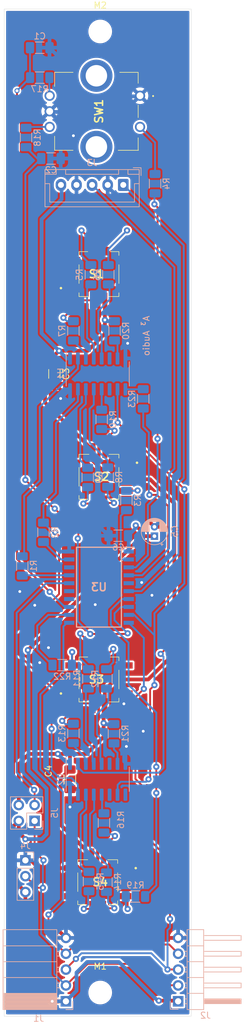
<source format=kicad_pcb>
(kicad_pcb (version 20211014) (generator pcbnew)
  (title_block (comment 4 "AISLER Project ID: ZHBAFTOC"))
  (layers (0 "F.Cu" signal "Front") (31 "B.Cu" signal "Back") (34 "B.Paste" user) (35 "F.Paste" user) (36 "B.SilkS" user "B.Silkscreen") (37 "F.SilkS" user "F.Silkscreen") (38 "B.Mask" user) (39 "F.Mask" user) (44 "Edge.Cuts" user))
  (net 0 "")
  (net 1 "GND")
  (net 2 "ENCA")
  (net 3 "ENCB")
  (net 4 "VCC")
  (net 5 "BUT3")
  (net 6 "BUT2")
  (net 7 "BUT1")
  (net 8 "BUT0")
  (net 9 "PSHFDATA")
  (net 10 "PSHFUDATE")
  (net 11 "ADC1")
  (net 12 "ADC0")
  (net 13 "S1_R")
  (net 14 "Net-(R5-Pad1)")
  (net 15 "Net-(R6-Pad1)")
  (net 16 "S1_G")
  (net 17 "S1_b")
  (net 18 "Net-(R7-Pad1)")
  (net 19 "Net-(R8-Pad1)")
  (net 20 "S2_R")
  (net 21 "Net-(R9-Pad1)")
  (net 22 "Net-(R10-Pad1)")
  (net 23 "Net-(R11-Pad1)")
  (net 24 "Net-(R12-Pad1)")
  (net 25 "Net-(R13-Pad1)")
  (net 26 "Net-(R14-Pad1)")
  (net 27 "Net-(R15-Pad1)")
  (net 28 "Net-(R16-Pad1)")
  (net 29 "Net-(R17-Pad2)")
  (net 30 "Net-(R18-Pad2)")
  (net 31 "ENCSW")
  (net 32 "Net-(R20-Pad1)")
  (net 33 "Net-(R21-Pad1)")
  (net 34 "S2_G")
  (net 35 "S2_B")
  (net 36 "S3_R")
  (net 37 "S3_G")
  (net 38 "S3_B")
  (net 39 "S4_R")
  (net 40 "S4_G")
  (net 41 "S4_B")
  (net 51 "VCC_w")
  (net 52 "SDA")
  (net 53 "UPDI_w")
  (net 54 "SCL")
  (net 55 "UPDI")
  (net 56 "PSFHCLK")
  (net 64 "PSHFDATA2")
  (net 65 "Net-(R1-Pad1)")
  (net 66 "Net-(R2-Pad1)")
  (net 67 "Net-(R3-Pad1)")
  (net 68 "Net-(R4-Pad1)")
  (net 69 "Net-(R19-Pad1)")
  (net 70 "Net-(R22-Pad1)")
  (net 71 "Net-(R23-Pad1)")
  (footprint "Capacitor_SMD:C_1206_3216Metric_Pad1.33x1.80mm_HandSolder" (layer "F.Cu") (at 139.25 140.3 -90)
    (fp_text reference "C4")
    (fp_text value "100nF")
  )
  (footprint "Capacitor_SMD:C_1206_3216Metric_Pad1.33x1.80mm_HandSolder" (layer "F.Cu") (at 136.75 75.3 -90)
    (fp_text reference "C3")
    (fp_text value "100nF")
  )
  (footprint "3dAudioFoot:228CMVARGBFR_SMD" (layer "F.Cu") (at 143.9 91.8)
    (fp_text reference "S2")
    (fp_text value "228CMVARGBFR" hide)
  )
  (footprint "3dAudioFoot:228CMVARGBFR_SMD" (layer "F.Cu") (at 143.9 124.3 180)
    (fp_text reference "S3")
    (fp_text value "228CMVARGBFR" hide)
  )
  (footprint "3dAudioFoot:228CMVARGBFR_SMD" (layer "F.Cu") (at 143.7 156.8)
    (fp_text reference "S4")
    (fp_text value "228CMVARGBFR" hide)
  )
  (footprint "3dAudioFoot:228CMVARGBFR_SMD" (layer "F.Cu") (at 143.9 59.3 180)
    (fp_text reference "S1")
    (fp_text value "228CMVARGBFR" hide)
  )
  (footprint "MountingHole:MountingHole_3.2mm_M3" (layer "F.Cu") (at 144.1 20.4)
    (fp_text reference "M2")
    (fp_text value "MountingHole_3.2mm_M3")
  )
  (footprint "3dAudioFoot:PEC11R4230KS0024" (layer "F.Cu") (at 143.4875 30.7 -90)
    (fp_text reference "SW1")
    (fp_text value "Rotary_Encoder_Switch" hide)
  )
  (footprint "MountingHole:MountingHole_3.2mm_M3" (layer "F.Cu") (at 144.1 174.5)
    (fp_text reference "M1")
    (fp_text value "MountingHole_3.2mm_M3")
  )
  (footprint "Package_SO:SOIC-16_3.9x9.9mm_P1.27mm" (layer "B.Cu") (at 143.7 140.3 -90)
    (fp_text reference "U2")
    (fp_text value "TPIC6C595")
  )
  (footprint "Package_SO:SOIC-16_3.9x9.9mm_P1.27mm" (layer "B.Cu") (at 143.7 75.3 -90)
    (fp_text reference "U1")
    (fp_text value "TPIC6C595")
  )
  (footprint "Resistor_SMD:R_1206_3216Metric_Pad1.30x1.75mm_HandSolder" (layer "B.Cu") (at 132.2 37.4 90)
    (fp_text reference "R18")
    (fp_text value "27k")
  )
  (footprint "Resistor_SMD:R_1206_3216Metric_Pad1.30x1.75mm_HandSolder" (layer "B.Cu") (at 142.1 91.9 90)
    (fp_text reference "R9")
    (fp_text value "155")
  )
  (footprint "Resistor_SMD:R_1206_3216Metric_Pad1.30x1.75mm_HandSolder" (layer "B.Cu") (at 144.7 147.3 90)
    (fp_text reference "R16")
    (fp_text value "100")
  )
  (footprint "Resistor_SMD:R_1206_3216Metric_Pad1.30x1.75mm_HandSolder" (layer "B.Cu") (at 142.3 156.7 90)
    (fp_text reference "R15")
    (fp_text value "155")
  )
  (footprint "Resistor_SMD:R_1206_3216Metric_Pad1.30x1.75mm_HandSolder" (layer "B.Cu") (at 145.1 156.8 90)
    (fp_text reference "R14")
    (fp_text value "165")
  )
  (footprint "Resistor_SMD:R_1206_3216Metric_Pad1.30x1.75mm_HandSolder" (layer "B.Cu") (at 139.8 132.95 -90)
    (fp_text reference "R13")
    (fp_text value "100")
  )
  (footprint "Resistor_SMD:R_1206_3216Metric_Pad1.30x1.75mm_HandSolder" (layer "B.Cu") (at 145.3 91.85 90)
    (fp_text reference "R8")
    (fp_text value "165")
  )
  (footprint "Resistor_SMD:R_1206_3216Metric_Pad1.30x1.75mm_HandSolder" (layer "B.Cu") (at 145.1 124.2 -90)
    (fp_text reference "R12")
    (fp_text value "155")
  )
  (footprint "Resistor_SMD:R_1206_3216Metric_Pad1.30x1.75mm_HandSolder" (layer "B.Cu") (at 142.2 124.2 -90)
    (fp_text reference "R11")
    (fp_text value "165")
  )
  (footprint "Resistor_SMD:R_1206_3216Metric_Pad1.30x1.75mm_HandSolder" (layer "B.Cu") (at 144.335 82.6 90)
    (fp_text reference "R10")
    (fp_text value "100")
  )
  (footprint "Resistor_SMD:R_1206_3216Metric_Pad1.30x1.75mm_HandSolder" (layer "B.Cu") (at 145.4 59.4 -90)
    (fp_text reference "R6")
    (fp_text value "155")
  )
  (footprint "Resistor_SMD:R_1206_3216Metric_Pad1.30x1.75mm_HandSolder" (layer "B.Cu") (at 142.6 59.4 -90)
    (fp_text reference "R5")
    (fp_text value "165")
  )
  (footprint "Capacitor_SMD:C_1206_3216Metric_Pad1.33x1.80mm_HandSolder" (layer "B.Cu") (at 134.4 23 180)
    (fp_text reference "C1")
    (fp_text value "100nF")
  )
  (footprint "Resistor_SMD:R_1206_3216Metric_Pad1.30x1.75mm_HandSolder" (layer "B.Cu") (at 146.4 68.4 90)
    (fp_text reference "R20")
    (fp_text value "4K7")
  )
  (footprint "Resistor_SMD:R_1206_3216Metric_Pad1.30x1.75mm_HandSolder" (layer "B.Cu") (at 146.3 133 90)
    (fp_text reference "R21")
    (fp_text value "4K7")
  )
  (footprint "Resistor_SMD:R_1206_3216Metric_Pad1.30x1.75mm_HandSolder" (layer "B.Cu") (at 134.4 27.8)
    (fp_text reference "R17")
    (fp_text value "27k")
  )
  (footprint "Capacitor_SMD:C_1206_3216Metric_Pad1.33x1.80mm_HandSolder" (layer "B.Cu") (at 136.2 40.7691)
    (fp_text reference "C2")
    (fp_text value "100nF")
  )
  (footprint "Resistor_SMD:R_1206_3216Metric_Pad1.30x1.75mm_HandSolder" (layer "B.Cu") (at 139.8 68.4 -90)
    (fp_text reference "R7")
    (fp_text value "100")
  )
  (footprint "Resistor_SMD:R_1206_3216Metric_Pad1.30x1.75mm_HandSolder" (layer "B.Cu") (at 138 122)
    (fp_text reference "R22")
    (fp_text value "4k7")
  )
  (footprint "3dAudioFoot:attiny1626" (layer "B.Cu") (at 143.9 109.5 180)
    (fp_text reference "U3")
    (fp_text value "ATtiny1626" hide)
  )
  (footprint "Resistor_SMD:R_1206_3216Metric_Pad1.30x1.75mm_HandSolder" (layer "B.Cu") (at 149.75 159.1 180)
    (fp_text reference "R19")
    (fp_text value "4k7")
  )
  (footprint "Resistor_SMD:R_1206_3216Metric_Pad1.30x1.75mm_HandSolder" (layer "B.Cu") (at 151 79.3 -90)
    (fp_text reference "R23")
    (fp_text value "0R")
  )
  (footprint "Resistor_SMD:R_1206_3216Metric_Pad1.30x1.75mm_HandSolder" (layer "B.Cu") (at 135 100.7 90)
    (fp_text reference "R2")
    (fp_text value "0R")
  )
  (footprint "Connector_PinHeader_2.54mm:PinHeader_2x02_P2.54mm_Vertical" (layer "B.Cu") (at 133.575 146.975 90)
    (fp_text reference "J5")
    (fp_text value "Programm_Jumper")
  )
  (footprint "Capacitor_THT:CP_Radial_D4.0mm_P1.50mm" (layer "B.Cu") (at 152.8 101.3226 90)
    (fp_text reference "C5")
    (fp_text value "10uF")
  )
  (footprint "Connector_PinSocket_2.54mm:PinSocket_1x05_P2.54mm_Horizontal" (layer "B.Cu") (at 138.6 175.9)
    (fp_text reference "J1")
    (fp_text value "SPI_Female")
  )
  (footprint "Connector_PinHeader_2.54mm:PinHeader_1x03_P2.54mm_Vertical" (layer "B.Cu") (at 132.1 153.3 180)
    (fp_text reference "J4")
    (fp_text value "UPDI_Interface")
  )
  (footprint "3dAudioFoot:JST_XH_B5B-XH-A_1x05_P2.50mm_Vertical" (layer "B.Cu") (at 147.8 45 180)
    (fp_text reference "J3")
    (fp_text value "Conn_01x05")
  )
  (footprint "Capacitor_SMD:C_1206_3216Metric_Pad1.33x1.80mm_HandSolder" (layer "B.Cu") (at 147 101.25)
    (fp_text reference "C6")
    (fp_text value "100nF")
  )
  (footprint "Resistor_SMD:R_1206_3216Metric_Pad1.30x1.75mm_HandSolder" (layer "B.Cu") (at 152.9 44.8 90)
    (fp_text reference "R4")
    (fp_text value "4k7")
  )
  (footprint "Resistor_SMD:R_1206_3216Metric_Pad1.30x1.75mm_HandSolder" (layer "B.Cu") (at 148.3 95.6 90)
    (fp_text reference "R3")
    (fp_text value "4k7")
  )
  (footprint "Connector_PinHeader_2.54mm:PinHeader_1x05_P2.54mm_Horizontal" (layer "B.Cu") (at 156.6 175.9)
    (fp_text reference "J2")
    (fp_text value "SPI_Male")
  )
  (footprint "Resistor_SMD:R_1206_3216Metric_Pad1.30x1.75mm_HandSolder" (layer "B.Cu") (at 131.6 106.1 90)
    (fp_text reference "R1")
    (fp_text value "0R")
  )
  (gr_line (start 128.7 16.8) (end 128.7 178.3) (layer "Edge.Cuts") (width 0.05))
  (gr_line (start 128.7 178.3) (end 158.7 178.3) (layer "Edge.Cuts") (width 0.05))
  (gr_line (start 128.7 16.8) (end 158.7 16.8) (layer "Edge.Cuts") (width 0.05))
  (gr_line (start 158.7 16.8) (end 158.7 178.3) (layer "Edge.Cuts") (width 0.05))
  (gr_text "A³ Audio" (at 151.5 69.2 90) (layer "B.SilkS") (effects (font (size 1 1)) (justify mirror)))
  (segment (start 137.16 156.89) (end 139.5 154.55) (width 0.6) (layer "F.Cu") (net 1))
  (segment (start 153.8226 99.8226) (end 154 100) (width 0.6) (layer "F.Cu") (net 1))
  (segment (start 147.9 128.2) (end 147.9 126.1875) (width 0.6) (layer "F.Cu") (net 1))
  (segment (start 148.3 135.0375) (end 147.9 134.6375) (width 0.6) (layer "F.Cu") (net 1))
  (segment (start 154 100) (end 154 105.5) (width 0.6) (layer "F.Cu") (net 1))
  (segment (start 137.75 77.8625) (end 136.75 76.8625) (width 0.6) (layer "F.Cu") (net 1))
  (segment (start 148.1 70) (end 148.1 61.55) (width 0.6) (layer "F.Cu") (net 1))
  (segment (start 152.8 99.8226) (end 153.8226 99.8226) (width 0.6) (layer "F.Cu") (net 1))
  (segment (start 147.9 134.6375) (end 147.9 128.2) (width 0.6) (layer "F.Cu") (net 1))
  (segment (start 147.2 112.3) (end 150.75 108.75) (width 0.6) (layer "F.Cu") (net 1))
  (segment (start 138.6 165.74) (end 156.6 165.74) (width 0.6) (layer "F.Cu") (net 1))
  (segment (start 137.16 157.48) (end 132.98 153.3) (width 0.6) (layer "F.Cu") (net 1))
  (segment (start 132.98 153.3) (end 132.1 153.3) (width 0.6) (layer "F.Cu") (net 1))
  (segment (start 137.75 79.25) (end 137.75 77.8625) (width 0.6) (layer "F.Cu") (net 1))
  (segment (start 138.6 165.74) (end 137.16 164.3) (width 0.6) (layer "F.Cu") (net 1))
  (segment (start 139.25 141.8625) (end 139.25 144.75) (width 0.6) (layer "F.Cu") (net 1))
  (segment (start 154 105.5) (end 150.75 108.75) (width 0.6) (layer "F.Cu") (net 1))
  (segment (start 143.3 112.3) (end 147.2 112.3) (width 0.6) (layer "F.Cu") (net 1))
  (segment (start 137.16 157.48) (end 137.16 156.89) (width 0.6) (layer "F.Cu") (net 1))
  (segment (start 148.5 70.4) (end 148.1 70) (width 0.6) (layer "F.Cu") (net 1))
  (segment (start 137.16 164.3) (end 137.16 157.48) (width 0.6) (layer "F.Cu") (net 1))
  (via (at 131.2 110.2) (size 1) (drill 0.45) (layers "F.Cu" "B.Cu") (net 1))
  (via (at 133.6 112.4) (size 1) (drill 0.45) (layers "F.Cu" "B.Cu") (net 1))
  (via (at 152.4 110.8) (size 1) (drill 0.45) (layers "F.Cu" "B.Cu") (net 1))
  (via (at 143.3 112.3) (size 1) (drill 0.45) (layers "F.Cu" "B.Cu") (net 1))
  (via (at 139.25 144.75) (size 1) (drill 0.45) (layers "F.Cu" "B.Cu") (net 1))
  (via (at 135.8 119.2) (size 1) (drill 0.45) (layers "F.Cu" "B.Cu") (net 1))
  (via (at 150.75 108.75) (size 1) (drill 0.45) (layers "F.Cu" "B.Cu") (net 1))
  (via (at 134.4 121.6) (size 1) (drill 0.45) (layers "F.Cu" "B.Cu") (net 1))
  (via (at 148.5 70.4) (size 1) (drill 0.45) (layers "F.Cu" "B.Cu") (net 1))
  (via (at 151 132.6) (size 1) (drill 0.45) (layers "F.Cu" "B.Cu") (net 1))
  (via (at 147.9 128.2) (size 1) (drill 0.45) (layers "F.Cu" "B.Cu") (net 1))
  (via (at 148.3 135.0375) (size 1) (drill 0.45) (layers "F.Cu" "B.Cu") (net 1))
  (via (at 139.8 37.1125) (size 1) (drill 0.45) (layers "F.Cu" "B.Cu") (net 1))
  (via (at 137.75 79.25) (size 1) (drill 0.45) (layers "F.Cu" "B.Cu") (net 1))
  (segment (start 147.945 135.3925) (end 148.3 135.0375) (width 0.6) (layer "B.Cu") (net 1))
  (segment (start 156.75 56.75) (end 145.4 45.4) (width 0.6) (layer "B.Cu") (net 1))
  (segment (start 137.4125 29.4125) (end 141.3 33.3) (width 0.6) (layer "B.Cu") (net 1))
  (segment (start 147.9 119.15) (end 143.25 114.5) (width 0.6) (layer "B.Cu") (net 1))
  (segment (start 145.4 45.4) (end 145.4 45.075) (width 0.6) (layer "B.Cu") (net 1))
  (segment (start 150.75 108.75) (end 155.9 103.6) (width 0.6) (layer "B.Cu") (net 1))
  (segment (start 143.25 114.5) (end 143.25 112.35) (width 0.6) (layer "B.Cu") (net 1))
  (segment (start 139.125 103.785) (end 139.125 101.519365) (width 0.6) (layer "B.Cu") (net 1))
  (segment (start 155.9 103.6) (end 155.9 92.1) (width 0.6) (layer "B.Cu") (net 1))
  (segment (start 135.9875 33.3) (end 139.8 37.1125) (width 0.6) (layer "B.Cu") (net 1))
  (segment (start 139.255 144.745) (end 139.25 144.75) (width 0.6) (layer "B.Cu") (net 1))
  (segment (start 137.7625 34.975) (end 135.9875 33.2) (width 0.6) (layer "B.Cu") (net 1))
  (segment (start 143.1 33.5) (end 142.9 33.3) (width 0.6) (layer "B.Cu") (net 1))
  (segment (start 143.25 112.35) (end 143.3 112.3) (width 0.6) (layer "B.Cu") (net 1))
  (segment (start 135.9625 23) (end 137.4125 24.45) (width 0.6) (layer "B.Cu") (net 1))
  (segment (start 142.9 33.3) (end 141.3 33.3) (width 0.6) (layer "B.Cu") (net 1))
  (segment (start 140.844365 99.8) (end 143.9875 99.8) (width 0.6) (layer "B.Cu") (net 1))
  (segment (start 137.4125 24.45) (end 137.4125 29.4125) (width 0.6) (layer "B.Cu") (net 1))
  (segment (start 145.8 30.8) (end 143.1 33.5) (width 0.6) (layer "B.Cu") (net 1))
  (segment (start 147.9 128.2) (end 147.9 119.15) (width 0.6) (layer "B.Cu") (net 1))
  (segment (start 137.7625 40.7691) (end 137.7625 34.975) (width 0.6) (layer "B.Cu") (net 1))
  (segment (start 155.9 92.1) (end 156.75 91.25) (width 0.6) (layer "B.Cu") (net 1))
  (segment (start 139.125 101.519365) (end 140.844365 99.8) (width 0.6) (layer "B.Cu") (net 1))
  (segment (start 141.3 33.3) (end 135.9875 33.3) (width 0.6) (layer "B.Cu") (net 1))
  (segment (start 139.255 77.775) (end 139.225 77.775) (width 0.6) (layer "B.Cu") (net 1))
  (segment (start 143.9875 99.8) (end 145.4375 101.25) (width 0.6) (layer "B.Cu") (net 1))
  (segment (start 148.145 70.755) (end 148.5 70.4) (width 0.6) (layer "B.Cu") (net 1))
  (segment (start 147.945 137.4625) (end 147.945 135.3925) (width 0.6) (layer "B.Cu") (net 1))
  (segment (start 150.4875 30.8) (end 145.8 30.8) (width 0.6) (layer "B.Cu") (net 1))
  (segment (start 148.145 72.825) (end 148.145 70.755) (width 0.6) (layer "B.Cu") (net 1))
  (segment (start 156.75 91.25) (end 156.75 56.75) (width 0.6) (layer "B.Cu") (net 1))
  (segment (start 139.255 142.775) (end 139.255 144.745) (width 0.6) (layer "B.Cu") (net 1))
  (segment (start 139.225 77.775) (end 137.75 79.25) (width 0.6) (layer "B.Cu") (net 1))
  (segment (start 136 110.25) (end 130.75 105) (width 0.3) (layer "F.Cu") (net 2))
  (segment (start 130.75 105) (end 130.75 29.9) (width 0.3) (layer "F.Cu") (net 2))
  (via (at 136 110.25) (size 1) (drill 0.45) (layers "F.Cu" "B.Cu") (net 2))
  (via (at 130.75 29.9) (size 0.8) (drill 0.45) (layers "F.Cu" "B.Cu") (net 2))
  (segment (start 139.125 112.675) (end 138.425 112.675) (width 0.3) (layer "B.Cu") (net 2))
  (segment (start 132.8375 27.7875) (end 132.85 27.8) (width 0.3) (layer "B.Cu") (net 2))
  (segment (start 138.425 112.675) (end 136 110.25) (width 0.3) (layer "B.Cu") (net 2))
  (segment (start 132.85 27.8) (end 130.75 29.9) (width 0.3) (layer "B.Cu") (net 2))
  (segment (start 132.8375 23) (end 132.8375 27.7875) (width 0.3) (layer "B.Cu") (net 2))
  (segment (start 140.6 101.6) (end 140.5 101.7) (width 0.3) (layer "F.Cu") (net 3))
  (segment (start 132.1 92.3) (end 136.7 96.9) (width 0.3) (layer "F.Cu") (net 3))
  (segment (start 136.7 96.9) (end 136.8 96.9) (width 0.3) (layer "F.Cu") (net 3))
  (segment (start 142.5 117) (end 148.4 117) (width 0.3) (layer "F.Cu") (net 3))
  (segment (start 140.6 100.7) (end 140.6 101.6) (width 0.3) (layer "F.Cu") (net 3))
  (segment (start 148.4 117) (end 148.5 116.9) (width 0.3) (layer "F.Cu") (net 3))
  (segment (start 136.8 96.9) (end 140.6 100.7) (width 0.3) (layer "F.Cu") (net 3))
  (via (at 136.8 96.9) (size 1) (drill 0.45) (layers "F.Cu" "B.Cu") (net 3))
  (via (at 142.5 117) (size 1) (drill 0.45) (layers "F.Cu" "B.Cu") (net 3))
  (via (at 132.1 92.3) (size 1) (drill 0.45) (layers "F.Cu" "B.Cu") (net 3))
  (via (at 140.5 101.7) (size 1) (drill 0.45) (layers "F.Cu" "B.Cu") (net 3))
  (via (at 148.5 116.9) (size 1) (drill 0.45) (layers "F.Cu" "B.Cu") (net 3))
  (segment (start 147.425 112.675) (end 146.4 113.7) (width 0.3) (layer "B.Cu") (net 3))
  (segment (start 134.6375 40.7691) (end 134.0191 40.7691) (width 0.3) (layer "B.Cu") (net 3))
  (segment (start 140.5 101.7) (end 140.5 115) (width 0.3) (layer "B.Cu") (net 3))
  (segment (start 132.1 43.3066) (end 134.6375 40.7691) (width 0.3) (layer "B.Cu") (net 3))
  (segment (start 148.675 112.675) (end 147.425 112.675) (width 0.3) (layer "B.Cu") (net 3))
  (segment (start 146.4 114.8) (end 148.5 116.9) (width 0.3) (layer "B.Cu") (net 3))
  (segment (start 140.5 115) (end 142.5 117) (width 0.3) (layer "B.Cu") (net 3))
  (segment (start 132.1 46.0691) (end 132.1 43.3066) (width 0.3) (layer "B.Cu") (net 3))
  (segment (start 132.1 92.3) (end 132.1 46.0691) (width 0.3) (layer "B.Cu") (net 3))
  (segment (start 134.0191 40.7691) (end 132.2 38.95) (width 0.3) (layer "B.Cu") (net 3))
  (segment (start 146.4 113.7) (end 146.4 114.8) (width 0.3) (layer "B.Cu") (net 3))
  (segment (start 139.25 138.7375) (end 139.25 136.25) (width 0.6) (layer "F.Cu") (net 4))
  (segment (start 144.65 133.4875) (end 144.65 131.2875) (width 0.6) (layer "F.Cu") (net 4))
  (segment (start 136.75 73.7375) (end 136.75 72.35) (width 0.6) (layer "F.Cu") (net 4))
  (segment (start 137.5 71.6) (end 142.1 71.6) (width 0.6) (layer "F.Cu") (net 4))
  (segment (start 142.95 89.25) (end 145.9 92.2) (width 0.6) (layer "F.Cu") (net 4))
  (segment (start 142.1 71.6) (end 142.6 71.1) (width 0.6) (layer "F.Cu") (net 4))
  (segment (start 142.6 71.1) (end 144.85 68.85) (width 0.6) (layer "F.Cu") (net 4))
  (segment (start 142.4 135.7375) (end 144.65 133.4875) (width 0.6) (layer "F.Cu") (net 4))
  (segment (start 144.85 128.5) (end 144.85 125.95) (width 0.6) (layer "F.Cu") (net 4))
  (segment (start 135.25 75.2375) (end 136.75 73.7375) (width 0.6) (layer "F.Cu") (net 4))
  (segment (start 137.75 140.2375) (end 139.25 138.7375) (width 0.6) (layer "F.Cu") (net 4))
  (segment (start 144.85 125.95) (end 146.5 124.3) (width 0.6) (layer "F.Cu") (net 4))
  (segment (start 136.75 72.35) (end 137.5 71.6) (width 0.6) (layer "F.Cu") (net 4))
  (segment (start 131.035 137.865) (end 132.6625 136.2375) (width 0.6) (layer "F.Cu") (net 4))
  (segment (start 131.035 144.435) (end 131.035 137.865) (width 0.6) (layer "F.Cu") (net 4))
  (segment (start 132.6625 136.2375) (end 137.3 136.2375) (width 0.6) (layer "F.Cu") (net 4))
  (segment (start 142.95 87.6) (end 135.25 79.9) (width 0.6) (layer "F.Cu") (net 4))
  (segment (start 145.9 92.2) (end 152.1 92.2) (width 0.6) (layer "F.Cu") (net 4))
  (segment (start 142.75 152.6) (end 137.75 147.6) (width 0.6) (layer "F.Cu") (net 4))
  (segment (start 137.3 136.2375) (end 139.2625 136.2375) (width 0.6) (layer "F.Cu") (net 4))
  (segment (start 139.2625 136.2375) (end 141.9 136.2375) (width 0.6) (layer "F.Cu") (net 4))
  (segment (start 144.85 66.65) (end 144.85 63.5) (width 0.6) (layer "F.Cu") (net 4))
  (segment (start 146.5 124.3) (end 151.8 124.3) (width 0.6) (layer "F.Cu") (net 4))
  (segment (start 139.25 136.25) (end 139.2625 136.2375) (width 0.6) (layer "F.Cu") (net 4))
  (segment (start 151.8 124.3) (end 156 120.1) (width 0.6) (layer "F.Cu") (net 4))
  (segment (start 141.9 136.2375) (end 142.4 135.7375) (width 0.6) (layer "F.Cu") (net 4))
  (segment (start 144.65 131.2875) (end 144.65 128.1375) (width 0.6) (layer "F.Cu") (net 4))
  (segment (start 156 120.1) (end 156 96.1) (width 0.6) (layer "F.Cu") (net 4))
  (segment (start 152.1 92.2) (end 156 96.1) (width 0.6) (layer "F.Cu") (net 4))
  (segment (start 137.75 147.6) (end 137.75 140.2375) (width 0.6) (layer "F.Cu") (net 4))
  (segment (start 142.95 87.6) (end 142.95 89.25) (width 0.6) (layer "F.Cu") (net 4))
  (segment (start 135.25 79.9) (end 135.25 75.2375) (width 0.6) (layer "F.Cu") (net 4))
  (segment (start 144.85 68.85) (end 144.85 66.65) (width 0.6) (layer "F.Cu") (net 4))
  (via (at 144.65 131.2875) (size 1) (drill 0.45) (layers "F.Cu" "B.Cu") (net 4))
  (via (at 137.5 71.6) (size 1) (drill 0.45) (layers "F.Cu" "B.Cu") (net 4))
  (via (at 144.85 66.65) (size 1) (drill 0.45) (layers "F.Cu" "B.Cu") (net 4))
  (via (at 137.3 136.2375) (size 1) (drill 0.45) (layers "F.Cu" "B.Cu") (net 4))
  (segment (start 144.85 131.4875) (end 144.65 131.2875) (width 0.6) (layer "B.Cu") (net 4))
  (segment (start 134.7 68.8) (end 134.7 50.5) (width 0.6) (layer "B.Cu") (net 4))
  (segment (start 139.055 137.4625) (end 138.525 137.4625) (width 0.6) (layer "B.Cu") (net 4))
  (segment (start 138.525 137.4625) (end 137.3 136.2375) (width 0.6) (layer "B.Cu") (net 4))
  (segment (start 137.9 47.3) (end 137.9 45.3) (width 0.6) (layer "B.Cu") (net 4))
  (segment (start 146.4 66.85) (end 145.05 66.85) (width 0.6) (layer "B.Cu") (net 4))
  (segment (start 146.2 131.4875) (end 144.85 131.4875) (width 0.6) (layer "B.Cu") (net 4))
  (segment (start 145.05 66.85) (end 144.85 66.65) (width 0.6) (layer "B.Cu") (net 4))
  (segment (start 134.7 50.5) (end 137.9 47.3) (width 0.6) (layer "B.Cu") (net 4))
  (segment (start 137.5 71.6) (end 134.7 68.8) (width 0.6) (layer "B.Cu") (net 4))
  (segment (start 138.725 72.825) (end 137.5 71.6) (width 0.6) (layer "B.Cu") (net 4))
  (segment (start 139.255 72.825) (end 138.725 72.825) (width 0.6) (layer "B.Cu") (net 4))
  (segment (start 148.5 161.1) (end 148.5 159.65) (width 0.3) (layer "F.Cu") (net 5))
  (segment (start 148.5 159.65) (end 147.9 159.05) (width 0.3) (layer "F.Cu") (net 5))
  (via (at 148.5 161.1) (size 1) (drill 0.45) (layers "F.Cu" "B.Cu") (net 5))
  (segment (start 148.2 159.1) (end 148.2 160.8) (width 0.3) (layer "B.Cu") (net 5))
  (segment (start 148.2 160.8) (end 148.5 161.1) (width 0.3) (layer "B.Cu") (net 5))
  (segment (start 139.6 119.9) (end 139.6 121.95) (width 0.3) (layer "F.Cu") (net 6))
  (segment (start 139.6 121.95) (end 139.7 122.05) (width 0.3) (layer "F.Cu") (net 6))
  (via (at 139.6 119.9) (size 1) (drill 0.45) (layers "F.Cu" "B.Cu") (net 6))
  (segment (start 139.55 122) (end 139.55 119.95) (width 0.3) (layer "B.Cu") (net 6))
  (segment (start 139.55 119.95) (end 139.6 119.9) (width 0.3) (layer "B.Cu") (net 6))
  (segment (start 150.1 94) (end 148.15 94) (width 0.3) (layer "F.Cu") (net 7))
  (segment (start 148.15 94) (end 148.1 94.05) (width 0.3) (layer "F.Cu") (net 7))
  (via (at 150.1 94) (size 1) (drill 0.45) (layers "F.Cu" "B.Cu") (net 7))
  (segment (start 150.05 94.05) (end 150.1 94) (width 0.3) (layer "B.Cu") (net 7))
  (segment (start 148.3 94.05) (end 150.05 94.05) (width 0.3) (layer "B.Cu") (net 7))
  (segment (start 131.9 94.9) (end 134.4 92.4) (width 0.3) (layer "B.Cu") (net 9))
  (segment (start 140.525 74.475) (end 140.525 72.825) (width 0.3) (layer "B.Cu") (net 9))
  (segment (start 134.4 80.6) (end 140.525 74.475) (width 0.3) (layer "B.Cu") (net 9))
  (segment (start 131.6 104.55) (end 131.9 104.25) (width 0.3) (layer "B.Cu") (net 9))
  (segment (start 131.9 104.25) (end 131.9 94.9) (width 0.3) (layer "B.Cu") (net 9))
  (segment (start 134.4 92.4) (end 134.4 80.6) (width 0.3) (layer "B.Cu") (net 9))
  (segment (start 151.8495 140.3) (end 152.11066 140.03884) (width 0.3) (layer "F.Cu") (net 10))
  (segment (start 152.11066 125.88934) (end 152.8 125.2) (width 0.3) (layer "F.Cu") (net 10))
  (segment (start 157.6 93.8) (end 146.9 83.1) (width 0.3) (layer "F.Cu") (net 10))
  (segment (start 152.11066 140.03884) (end 152.11066 125.88934) (width 0.3) (layer "F.Cu") (net 10))
  (via (at 157.6 93.8) (size 1) (drill 0.45) (layers "F.Cu" "B.Cu") (net 10))
  (via (at 152.8 125.2) (size 1) (drill 0.45) (layers "F.Cu" "B.Cu") (net 10))
  (via (at 146.9 83.1) (size 1) (drill 0.45) (layers "F.Cu" "B.Cu") (net 10))
  (via (at 151.8495 140.3) (size 1) (drill 0.45) (layers "F.Cu" "B.Cu") (net 10))
  (segment (start 151.5 140.7) (end 151.8495 140.3505) (width 0.3) (layer "B.Cu") (net 10))
  (segment (start 146.9 81.15) (end 146.875 81.125) (width 0.3) (layer "B.Cu") (net 10))
  (segment (start 146.9 141.2) (end 147.4 140.7) (width 0.3) (layer "B.Cu") (net 10))
  (segment (start 152.8 125.2) (end 152.8 117.2) (width 0.3) (layer "B.Cu") (net 10))
  (segment (start 146.9 83.1) (end 146.9 81.15) (width 0.3) (layer "B.Cu") (net 10))
  (segment (start 151.8495 140.3505) (end 151.8495 140.3) (width 0.3) (layer "B.Cu") (net 10))
  (segment (start 157.6 108.9) (end 157.6 93.8) (width 0.3) (layer "B.Cu") (net 10))
  (segment (start 146.875 142.775) (end 146.9 142.75) (width 0.3) (layer "B.Cu") (net 10))
  (segment (start 147.4 140.7) (end 151.5 140.7) (width 0.3) (layer "B.Cu") (net 10))
  (segment (start 152.8 117.2) (end 149.5 113.9) (width 0.3) (layer "B.Cu") (net 10))
  (segment (start 146.875 77.775) (end 146.875 81.125) (width 0.3) (layer "B.Cu") (net 10))
  (segment (start 152.8 113.7) (end 157.6 108.9) (width 0.3) (layer "B.Cu") (net 10))
  (segment (start 146.9 142.75) (end 146.9 141.2) (width 0.3) (layer "B.Cu") (net 10))
  (segment (start 152.8 117.2) (end 152.8 113.7) (width 0.3) (layer "B.Cu") (net 10))
  (segment (start 156.65 104.193503) (end 156.65 92.85) (width 0.3) (layer "B.Cu") (net 11))
  (segment (start 157.5 54.675) (end 147.9 45.075) (width 0.3) (layer "B.Cu") (net 11))
  (segment (start 150.708503 110.135) (end 156.65 104.193503) (width 0.3) (layer "B.Cu") (net 11))
  (segment (start 148.675 110.135) (end 150.708503 110.135) (width 0.3) (layer "B.Cu") (net 11))
  (segment (start 156.65 92.85) (end 157.5 92) (width 0.3) (layer "B.Cu") (net 11))
  (segment (start 157.5 92) (end 157.5 54.675) (width 0.3) (layer "B.Cu") (net 11))
  (segment (start 156 90.5) (end 156 58.175) (width 0.3) (layer "B.Cu") (net 12))
  (segment (start 155.15 91.35) (end 156 90.5) (width 0.3) (layer "B.Cu") (net 12))
  (segment (start 148.675 107.595) (end 150.84434 107.595) (width 0.3) (layer "B.Cu") (net 12))
  (segment (start 150.84434 107.595) (end 155.15 103.28934) (width 0.3) (layer "B.Cu") (net 12))
  (segment (start 155.15 103.28934) (end 155.15 91.35) (width 0.3) (layer "B.Cu") (net 12))
  (segment (start 156 58.175) (end 142.9 45.075) (width 0.3) (layer "B.Cu") (net 12))
  (segment (start 143.065 72.825) (end 143.065 70.565) (width 0.3) (layer "B.Cu") (net 13))
  (segment (start 142 69.5) (end 142 61.55) (width 0.3) (layer "B.Cu") (net 13))
  (segment (start 143.065 70.565) (end 142 69.5) (width 0.3) (layer "B.Cu") (net 13))
  (segment (start 142 61.55) (end 142.6 60.95) (width 0.3) (layer "B.Cu") (net 13))
  (segment (start 142.95 54.15) (end 142.95 55.1) (width 0.3) (layer "F.Cu") (net 14))
  (segment (start 141.1 52.3) (end 142.95 54.15) (width 0.3) (layer "F.Cu") (net 14))
  (via (at 141.1 52.3) (size 1) (drill 0.45) (layers "F.Cu" "B.Cu") (net 14))
  (segment (start 142.6 57.85) (end 141.1 56.35) (width 0.3) (layer "B.Cu") (net 14))
  (segment (start 141.1 56.35) (end 141.1 52.3) (width 0.3) (layer "B.Cu") (net 14))
  (segment (start 145.6 55.1) (end 144.85 55.1) (width 0.3) (layer "F.Cu") (net 15))
  (segment (start 148.4 52.3) (end 145.6 55.1) (width 0.3) (layer "F.Cu") (net 15))
  (via (at 148.4 52.3) (size 1) (drill 0.45) (layers "F.Cu" "B.Cu") (net 15))
  (segment (start 145.4 57.85) (end 145.4 55.3) (width 0.3) (layer "B.Cu") (net 15))
  (segment (start 145.4 55.3) (end 148.4 52.3) (width 0.3) (layer "B.Cu") (net 15))
  (segment (start 145.6 63.4) (end 145.6 61.15) (width 0.3) (layer "B.Cu") (net 16))
  (segment (start 143.8 65.2) (end 145.6 63.4) (width 0.3) (layer "B.Cu") (net 16))
  (segment (start 144.335 72.825) (end 144.335 69.041191) (width 0.3) (layer "B.Cu") (net 16))
  (segment (start 145.6 61.15) (end 145.4 60.95) (width 0.3) (layer "B.Cu") (net 16))
  (segment (start 143.8 68.506191) (end 143.8 65.2) (width 0.3) (layer "B.Cu") (net 16))
  (segment (start 144.335 69.041191) (end 143.8 68.506191) (width 0.3) (layer "B.Cu") (net 16))
  (segment (start 141.795 72.825) (end 141.795 72.045) (width 0.3) (layer "B.Cu") (net 17))
  (segment (start 141.795 72.045) (end 139.7 69.95) (width 0.3) (layer "B.Cu") (net 17))
  (segment (start 141 63.5) (end 142.95 63.5) (width 0.3) (layer "F.Cu") (net 18))
  (segment (start 138.2 66.3) (end 141 63.5) (width 0.3) (layer "F.Cu") (net 18))
  (via (at 138.2 66.3) (size 1) (drill 0.45) (layers "F.Cu" "B.Cu") (net 18))
  (segment (start 138.75 66.85) (end 138.2 66.3) (width 0.3) (layer "B.Cu") (net 18))
  (segment (start 139.7 66.85) (end 138.75 66.85) (width 0.3) (layer "B.Cu") (net 18))
  (segment (start 146.3 96) (end 144.85 96) (width 0.3) (layer "F.Cu") (net 19))
  (via (at 146.3 96) (size 1) (drill 0.45) (layers "F.Cu" "B.Cu") (net 19))
  (segment (start 145.3 93.4) (end 145.3 95) (width 0.3) (layer "B.Cu") (net 19))
  (segment (start 145.3 95) (end 146.3 96) (width 0.3) (layer "B.Cu") (net 19))
  (segment (start 142.4 86.3) (end 142.4 80.9) (width 0.3) (layer "B.Cu") (net 20))
  (segment (start 142.4 80.9) (end 143.065 80.235) (width 0.3) (layer "B.Cu") (net 20))
  (segment (start 145.3 90.3) (end 145.3 89.2) (width 0.3) (layer "B.Cu") (net 20))
  (segment (start 143.065 80.235) (end 143.065 77.775) (width 0.3) (layer "B.Cu") (net 20))
  (segment (start 145.3 89.2) (end 142.4 86.3) (width 0.3) (layer "B.Cu") (net 20))
  (segment (start 141.4 96.1) (end 142.85 96.1) (width 0.3) (layer "F.Cu") (net 21))
  (segment (start 142.85 96.1) (end 142.95 96) (width 0.3) (layer "F.Cu") (net 21))
  (via (at 141.4 96.1) (size 1) (drill 0.45) (layers "F.Cu" "B.Cu") (net 21))
  (segment (start 142.1 93.45) (end 142.1 95.4) (width 0.3) (layer "B.Cu") (net 21))
  (segment (start 142.1 95.4) (end 141.4 96.1) (width 0.3) (layer "B.Cu") (net 21))
  (segment (start 144.85 85.95) (end 144.85 87.6) (width 0.3) (layer "F.Cu") (net 22))
  (segment (start 146.4 84.4) (end 144.85 85.95) (width 0.3) (layer "F.Cu") (net 22))
  (via (at 146.4 84.4) (size 1) (drill 0.45) (layers "F.Cu" "B.Cu") (net 22))
  (segment (start 144.335 84.15) (end 146.15 84.15) (width 0.3) (layer "B.Cu") (net 22))
  (segment (start 146.15 84.15) (end 146.4 84.4) (width 0.3) (layer "B.Cu") (net 22))
  (segment (start 140.9 116.9375) (end 142.75 118.7875) (width 0.3) (layer "F.Cu") (net 23))
  (segment (start 142.75 118.7875) (end 142.75 119.7375) (width 0.3) (layer "F.Cu") (net 23))
  (via (at 140.9 116.9375) (size 1) (drill 0.45) (layers "F.Cu" "B.Cu") (net 23))
  (segment (start 142.4 122.4875) (end 140.9 120.9875) (width 0.3) (layer "B.Cu") (net 23))
  (segment (start 140.9 120.9875) (end 140.9 116.9375) (width 0.3) (layer "B.Cu") (net 23))
  (segment (start 144.85 120.1) (end 145.5 120.1) (width 0.3) (layer "F.Cu") (net 24))
  (segment (start 145.5 120.1) (end 146.2 119.4) (width 0.3) (layer "F.Cu") (net 24))
  (via (at 146.2 119.4) (size 1) (drill 0.45) (layers "F.Cu" "B.Cu") (net 24))
  (segment (start 146.2 121.55) (end 145.1 122.65) (width 0.3) (layer "B.Cu") (net 24))
  (segment (start 146.2 119.4) (end 146.2 121.55) (width 0.3) (layer "B.Cu") (net 24))
  (segment (start 138 130.9375) (end 140.8 128.1375) (width 0.3) (layer "F.Cu") (net 25))
  (segment (start 140.8 128.1375) (end 142.75 128.1375) (width 0.3) (layer "F.Cu") (net 25))
  (via (at 138 130.9375) (size 1) (drill 0.45) (layers "F.Cu" "B.Cu") (net 25))
  (segment (start 138.55 131.4875) (end 138 130.9375) (width 0.3) (layer "B.Cu") (net 25))
  (segment (start 139.5 131.4875) (end 138.55 131.4875) (width 0.3) (layer "B.Cu") (net 25))
  (segment (start 146.365 160.9875) (end 144.915 160.9875) (width 0.3) (layer "F.Cu") (net 26))
  (via (at 146.365 160.9875) (size 1) (drill 0.45) (layers "F.Cu" "B.Cu") (net 26))
  (segment (start 145.365 158.3875) (end 145.365 159.9875) (width 0.3) (layer "B.Cu") (net 26))
  (segment (start 145.365 159.9875) (end 146.365 160.9875) (width 0.3) (layer "B.Cu") (net 26))
  (segment (start 141.465 161.0875) (end 142.915 161.0875) (width 0.3) (layer "F.Cu") (net 27))
  (via (at 141.465 161.0875) (size 1) (drill 0.45) (layers "F.Cu" "B.Cu") (net 27))
  (segment (start 142.165 160.3875) (end 141.465 161.0875) (width 0.3) (layer "B.Cu") (net 27))
  (segment (start 142.165 158.4375) (end 142.165 160.3875) (width 0.3) (layer "B.Cu") (net 27))
  (segment (start 144.915 150.9375) (end 144.915 152.5875) (width 0.3) (layer "F.Cu") (net 28))
  (segment (start 146.465 149.3875) (end 144.915 150.9375) (width 0.3) (layer "F.Cu") (net 28))
  (via (at 146.465 149.3875) (size 1) (drill 0.45) (layers "F.Cu" "B.Cu") (net 28))
  (segment (start 144.4 149.1375) (end 146.215 149.1375) (width 0.3) (layer "B.Cu") (net 28))
  (segment (start 146.215 149.1375) (end 146.465 149.3875) (width 0.3) (layer "B.Cu") (net 28))
  (segment (start 135.95 30.6625) (end 135.9875 30.7) (width 0.3) (layer "B.Cu") (net 29))
  (segment (start 135.95 27.8) (end 135.95 30.6625) (width 0.3) (layer "B.Cu") (net 29))
  (segment (start 132.2 35.85) (end 132.35 35.7) (width 0.3) (layer "B.Cu") (net 30))
  (segment (start 132.35 35.7) (end 135.9875 35.7) (width 0.3) (layer "B.Cu") (net 30))
  (segment (start 152.9 38.2125) (end 150.4875 35.8) (width 0.3) (layer "B.Cu") (net 31))
  (segment (start 152.9 43.25) (end 152.9 38.2125) (width 0.3) (layer "B.Cu") (net 31))
  (segment (start 146.875 72.825) (end 146.875 70.425) (width 0.3) (layer "B.Cu") (net 32))
  (segment (start 146.875 70.425) (end 146.4 69.95) (width 0.3) (layer "B.Cu") (net 32))
  (segment (start 146.875 136.075) (end 146.875 137.825) (width 0.3) (layer "B.Cu") (net 33))
  (segment (start 146.3 135.5) (end 146.875 136.075) (width 0.3) (layer "B.Cu") (net 33))
  (segment (start 146.3 134.55) (end 146.3 135.5) (width 0.3) (layer "B.Cu") (net 33))
  (segment (start 140.9 81) (end 141.795 80.105) (width 0.3) (layer "B.Cu") (net 34))
  (segment (start 141.795 80.105) (end 141.795 77.775) (width 0.3) (layer "B.Cu") (net 34))
  (segment (start 142.1 90.35) (end 140.9 89.15) (width 0.3) (layer "B.Cu") (net 34))
  (segment (start 140.9 89.15) (end 140.9 81) (width 0.3) (layer "B.Cu") (net 34))
  (segment (start 144.335 81.05) (end 144.335 77.775) (width 0.3) (layer "B.Cu") (net 35))
  (segment (start 142.865 135.2025) (end 141.8 134.1375) (width 0.3) (layer "B.Cu") (net 36))
  (segment (start 141.8 134.1375) (end 141.8 126.1875) (width 0.3) (layer "B.Cu") (net 36))
  (segment (start 141.8 126.1875) (end 142.4 125.5875) (width 0.3) (layer "B.Cu") (net 36))
  (segment (start 142.865 137.4625) (end 142.865 135.2025) (width 0.3) (layer "B.Cu") (net 36))
  (segment (start 144.135 137.4625) (end 144.135 133.678691) (width 0.3) (layer "B.Cu") (net 37))
  (segment (start 144.135 133.678691) (end 143.6 133.143691) (width 0.3) (layer "B.Cu") (net 37))
  (segment (start 143.6 129.8375) (end 145.4 128.0375) (width 0.3) (layer "B.Cu") (net 37))
  (segment (start 145.4 125.7875) (end 145.2 125.5875) (width 0.3) (layer "B.Cu") (net 37))
  (segment (start 143.6 133.143691) (end 143.6 129.8375) (width 0.3) (layer "B.Cu") (net 37))
  (segment (start 145.4 128.0375) (end 145.4 125.7875) (width 0.3) (layer "B.Cu") (net 37))
  (segment (start 141.595 136.6825) (end 139.5 134.5875) (width 0.3) (layer "B.Cu") (net 38))
  (segment (start 141.595 137.4625) (end 141.595 136.6825) (width 0.3) (layer "B.Cu") (net 38))
  (segment (start 145.365 154.1875) (end 142.465 151.2875) (width 0.3) (layer "B.Cu") (net 39))
  (segment (start 142.465 145.8875) (end 143.13 145.2225) (width 0.3) (layer "B.Cu") (net 39))
  (segment (start 143.13 145.2225) (end 143.13 142.7625) (width 0.3) (layer "B.Cu") (net 39))
  (segment (start 145.365 155.2875) (end 145.365 154.1875) (width 0.3) (layer "B.Cu") (net 39))
  (segment (start 142.465 151.2875) (end 142.465 145.8875) (width 0.3) (layer "B.Cu") (net 39))
  (segment (start 140.965 145.9875) (end 141.86 145.0925) (width 0.3) (layer "B.Cu") (net 40))
  (segment (start 140.965 154.1375) (end 140.965 145.9875) (width 0.3) (layer "B.Cu") (net 40))
  (segment (start 141.86 145.0925) (end 141.86 142.7625) (width 0.3) (layer "B.Cu") (net 40))
  (segment (start 142.165 155.3375) (end 140.965 154.1375) (width 0.3) (layer "B.Cu") (net 40))
  (segment (start 144.4 146.0375) (end 144.4 142.7625) (width 0.3) (layer "B.Cu") (net 41))
  (segment (start 130 148.01) (end 131.035 146.975) (width 0.6) (layer "F.Cu") (net 51))
  (segment (start 153.5 175.8) (end 156.55 175.8) (width 0.6) (layer "F.Cu") (net 51))
  (segment (start 132.5 119.6) (end 145.0625 107.0375) (width 0.6) (layer "F.Cu") (net 51))
  (segment (start 150.7774 101.3226) (end 150.7774 100.5774) (width 0.6) (layer "F.Cu") (net 51))
  (segment (start 132.1 172.6) (end 132.1 158.38) (width 0.6) (layer "F.Cu") (net 51))
  (segment (start 156.55 175.8) (end 156.625 175.875) (width 0.6) (layer "F.Cu") (net 51))
  (segment (start 130 156.28) (end 130 148.01) (width 0.6) (layer "F.Cu") (net 51))
  (segment (start 132.1 158.38) (end 130 156.28) (width 0.6) (layer "F.Cu") (net 51))
  (segment (start 150.7774 101.3226) (end 152.8 101.3226) (width 0.6) (layer "F.Cu") (net 51))
  (segment (start 150.7774 100.5774) (end 149.8 99.6) (width 0.6) (layer "F.Cu") (net 51))
  (segment (start 138.6 175.9) (end 135.4 175.9) (width 0.6) (layer "F.Cu") (net 51))
  (segment (start 131.035 148.835) (end 132.1 149.9) (width 0.6) (layer "F.Cu") (net 51))
  (segment (start 145.0625 107.0375) (end 150.7774 101.3226) (width 0.6) (layer "F.Cu") (net 51))
  (segment (start 131.035 146.975) (end 131.035 148.835) (width 0.6) (layer "F.Cu") (net 51))
  (segment (start 135.4 175.9) (end 132.1 172.6) (width 0.6) (layer "F.Cu") (net 51))
  (via (at 132.1 149.9) (size 1) (drill 0.45) (layers "F.Cu" "B.Cu") (net 51))
  (via (at 136.4 175.9) (size 1) (drill 0.45) (layers "F.Cu" "B.Cu") (net 51))
  (via (at 132.5 119.6) (size 1) (drill 0.45) (layers "F.Cu" "B.Cu") (net 51))
  (via (at 153.5 175.8) (size 1) (drill 0.45) (layers "F.Cu" "B.Cu") (net 51))
  (via (at 149.8 99.6) (size 1) (drill 0.45) (layers "F.Cu" "B.Cu") (net 51))
  (segment (start 148.675 103.785) (end 148.675 101.3625) (width 0.6) (layer "B.Cu") (net 51))
  (segment (start 149.8 100.0125) (end 148.5625 101.25) (width 0.6) (layer "B.Cu") (net 51))
  (segment (start 140.3 171.3) (end 142 169.6) (width 0.6) (layer "B.Cu") (net 51))
  (segment (start 136.4 175.9) (end 138.6 175.9) (width 0.6) (layer "B.Cu") (net 51))
  (segment (start 132.6 119.7) (end 132.5 119.6) (width 0.6) (layer "B.Cu") (net 51))
  (segment (start 135.5 141.8) (end 132.6 138.9) (width 0.6) (layer "B.Cu") (net 51))
  (segment (start 138.6 175.9) (end 140.3 174.2) (width 0.6) (layer "B.Cu") (net 51))
  (segment (start 135.5 149.1) (end 135.5 141.8) (width 0.6) (layer "B.Cu") (net 51))
  (segment (start 134.7 149.9) (end 135.5 149.1) (width 0.6) (layer "B.Cu") (net 51))
  (segment (start 132.6 138.9) (end 132.6 119.7) (width 0.6) (layer "B.Cu") (net 51))
  (segment (start 148.5625 101.25) (end 148.6351 101.3226) (width 0.3) (layer "B.Cu") (net 51))
  (segment (start 148.675 101.3625) (end 148.5625 101.25) (width 0.6) (layer "B.Cu") (net 51))
  (segment (start 132.1 149.9) (end 134.7 149.9) (width 0.6) (layer "B.Cu") (net 51))
  (segment (start 147.1 169.6) (end 153.375 175.875) (width 0.6) (layer "B.Cu") (net 51))
  (segment (start 153.375 175.875) (end 153.45 175.8) (width 0.6) (layer "B.Cu") (net 51))
  (segment (start 140.3 174.2) (end 140.3 171.3) (width 0.6) (layer "B.Cu") (net 51))
  (segment (start 142 169.6) (end 147.1 169.6) (width 0.6) (layer "B.Cu") (net 51))
  (segment (start 153.45 175.8) (end 153.5 175.8) (width 0.6) (layer "B.Cu") (net 51))
  (segment (start 149.8 99.6) (end 149.8 100.0125) (width 0.6) (layer "B.Cu") (net 51))
  (segment (start 138.6 170.7) (end 140.2 169.1) (width 0.3) (layer "F.Cu") (net 52))
  (segment (start 149.75 127.15) (end 151.1 125.8) (width 0.3) (layer "F.Cu") (net 52))
  (segment (start 149.75 140.25) (end 149.75 127.15) (width 0.3) (layer "F.Cu") (net 52))
  (segment (start 155.3 153.3) (end 151.5 149.5) (width 0.3) (layer "F.Cu") (net 52))
  (segment (start 151.5 149.5) (end 151.5 142) (width 0.3) (layer "F.Cu") (net 52))
  (segment (start 155.3 162.7) (end 155.3 153.3) (width 0.3) (layer "F.Cu") (net 52))
  (segment (start 154.9 170.8) (end 156.58 170.8) (width 0.3) (layer "F.Cu") (net 52))
  (segment (start 156.58 170.8) (end 156.6 170.82) (width 0.3) (layer "F.Cu") (net 52))
  (segment (start 151.5 142) (end 149.75 140.25) (width 0.3) (layer "F.Cu") (net 52))
  (segment (start 138.6 170.82) (end 138.6 170.7) (width 0.3) (layer "F.Cu") (net 52))
  (via (at 154.9 170.8) (size 1) (drill 0.45) (layers "F.Cu" "B.Cu") (net 52))
  (via (at 140.2 169.1) (size 1) (drill 0.45) (layers "F.Cu" "B.Cu") (net 52))
  (via (at 155.3 162.7) (size 1) (drill 0.45) (layers "F.Cu" "B.Cu") (net 52))
  (via (at 151.1 125.8) (size 1) (drill 0.45) (layers "F.Cu" "B.Cu") (net 52))
  (segment (start 151.1 117.64) (end 148.675 115.215) (width 0.3) (layer "B.Cu") (net 52))
  (segment (start 152.3 168.2) (end 154.9 170.8) (width 0.3) (layer "B.Cu") (net 52))
  (segment (start 140.2 169.1) (end 141.1 168.2) (width 0.3) (layer "B.Cu") (net 52))
  (segment (start 151.1 125.8) (end 151.1 117.64) (width 0.3) (layer "B.Cu") (net 52))
  (segment (start 154.9 164.5) (end 155.3 164.1) (width 0.3) (layer "B.Cu") (net 52))
  (segment (start 154.9 170.8) (end 154.9 164.5) (width 0.3) (layer "B.Cu") (net 52))
  (segment (start 141.1 168.2) (end 152.3 168.2) (width 0.3) (layer "B.Cu") (net 52))
  (segment (start 155.3 164.1) (end 155.3 162.7) (width 0.3) (layer "B.Cu") (net 52))
  (segment (start 132.1 155.84) (end 133.96 157.7) (width 0.3) (layer "F.Cu") (net 53))
  (segment (start 135 153.3) (end 133.575 151.875) (width 0.3) (layer "F.Cu") (net 53))
  (segment (start 138.6 173.36) (end 140.7 171.26) (width 0.3) (layer "F.Cu") (net 53))
  (segment (start 133.96 157.7) (end 134.9 157.7) (width 0.3) (layer "F.Cu") (net 53))
  (segment (start 142.1 169.9) (end 151.987919 169.9) (width 0.3) (layer "F.Cu") (net 53))
  (segment (start 140.7 171.26) (end 140.74 171.26) (width 0.3) (layer "F.Cu") (net 53))
  (segment (start 140.74 171.26) (end 142.1 169.9) (width 0.3) (layer "F.Cu") (net 53))
  (segment (start 155.422919 173.335) (end 156.625 173.335) (width 0.3) (layer "F.Cu") (net 53))
  (segment (start 133.575 151.875) (end 133.575 146.975) (width 0.3) (layer "F.Cu") (net 53))
  (segment (start 151.987919 169.9) (end 155.422919 173.335) (width 0.3) (layer "F.Cu") (net 53))
  (via (at 134.9 157.7) (size 1) (drill 0.45) (layers "F.Cu" "B.Cu") (net 53))
  (via (at 135 153.3) (size 1) (drill 0.45) (layers "F.Cu" "B.Cu") (net 53))
  (segment (start 134.9 157.7) (end 134.9 153.4) (width 0.3) (layer "B.Cu") (net 53))
  (segment (start 134.62 165.1) (end 134.62 157.98) (width 0.3) (layer "B.Cu") (net 53))
  (segment (start 136.75 171.51) (end 136.75 167.23) (width 0.3) (layer "B.Cu") (net 53))
  (segment (start 138.6 173.36) (end 136.75 171.51) (width 0.3) (layer "B.Cu") (net 53))
  (segment (start 134.62 157.98) (end 134.9 157.7) (width 0.3) (layer "B.Cu") (net 53))
  (segment (start 134.9 153.4) (end 135 153.3) (width 0.3) (layer "B.Cu") (net 53))
  (segment (start 136.75 167.23) (end 134.62 165.1) (width 0.3) (layer "B.Cu") (net 53))
  (segment (start 135.8 165.48) (end 135.8 162) (width 0.3) (layer "F.Cu") (net 54))
  (segment (start 138.6 168.28) (end 140.08 166.8) (width 0.3) (layer "F.Cu") (net 54))
  (segment (start 140.08 166.8) (end 155.17 166.8) (width 0.3) (layer "F.Cu") (net 54))
  (segment (start 135.8 165.48) (end 138.6 168.28) (width 0.3) (layer "F.Cu") (net 54))
  (segment (start 155.17 166.8) (end 156.625 168.255) (width 0.3) (layer "F.Cu") (net 54))
  (via (at 135.8 162) (size 1) (drill 0.45) (layers "F.Cu" "B.Cu") (net 54))
  (segment (start 138.2 123) (end 138.2 115.8) (width 0.3) (layer "B.Cu") (net 54))
  (segment (start 138.1 142.3) (end 134.5 138.7) (width 0.3) (layer "B.Cu") (net 54))
  (segment (start 138.1 159.7) (end 138.1 142.3) (width 0.3) (layer "B.Cu") (net 54))
  (segment (start 134.5 138.7) (end 134.5 126.7) (width 0.3) (layer "B.Cu") (net 54))
  (segment (start 135.8 162) (end 138.1 159.7) (width 0.3) (layer "B.Cu") (net 54))
  (segment (start 134.5 126.7) (end 138.2 123) (width 0.3) (layer "B.Cu") (net 54))
  (segment (start 138.2 115.8) (end 138.785 115.215) (width 0.3) (layer "B.Cu") (net 54))
  (segment (start 138.785 115.215) (end 139.125 115.215) (width 0.3) (layer "B.Cu") (net 54))
  (segment (start 133.575 144.435) (end 133.575 142.075) (width 0.3) (layer "F.Cu") (net 55))
  (segment (start 133.575 142.075) (end 133.5 142) (width 0.3) (layer "F.Cu") (net 55))
  (via (at 133.5 142) (size 1) (drill 0.45) (layers "F.Cu" "B.Cu") (net 55))
  (segment (start 130.7 113.6) (end 135.435 108.865) (width 0.3) (layer "B.Cu") (net 55))
  (segment (start 135.435 108.865) (end 139.125 108.865) (width 0.3) (layer "B.Cu") (net 55))
  (segment (start 130.7 139.2) (end 130.7 113.6) (width 0.3) (layer "B.Cu") (net 55))
  (segment (start 133.5 142) (end 130.7 139.2) (width 0.3) (layer "B.Cu") (net 55))
  (segment (start 136.3 125.6) (end 131 120.3) (width 0.3) (layer "F.Cu") (net 56))
  (segment (start 137.5 110.6) (end 137.5 101.3) (width 0.3) (layer "F.Cu") (net 56))
  (segment (start 131 120.3) (end 131 117.1) (width 0.3) (layer "F.Cu") (net 56))
  (segment (start 131 117.1) (end 137.5 110.6) (width 0.3) (layer "F.Cu") (net 56))
  (segment (start 137.5 101.3) (end 136.9 100.7) (width 0.3) (layer "F.Cu") (net 56))
  (segment (start 136.3 132.2) (end 136.3 125.6) (width 0.3) (layer "F.Cu") (net 56))
  (via (at 136.3 132.2) (size 1) (drill 0.45) (layers "F.Cu" "B.Cu") (net 56))
  (via (at 136.9 100.7) (size 1) (drill 0.45) (layers "F.Cu" "B.Cu") (net 56))
  (segment (start 137 94.4) (end 137 83.2) (width 0.3) (layer "B.Cu") (net 56))
  (segment (start 140.5 141.1) (end 139.5 140.1) (width 0.3) (layer "B.Cu") (net 56))
  (segment (start 137 83.2) (end 140.525 79.675) (width 0.3) (layer "B.Cu") (net 56))
  (segment (start 137.6 140.1) (end 136.3 138.8) (width 0.3) (layer "B.Cu") (net 56))
  (segment (start 135 96.4) (end 137 94.4) (width 0.3) (layer "B.Cu") (net 56))
  (segment (start 136.9 100.7) (end 136.55 100.7) (width 0.3) (layer "B.Cu") (net 56))
  (segment (start 136.3 138.8) (end 136.3 132.2) (width 0.3) (layer "B.Cu") (net 56))
  (segment (start 140.5 142.75) (end 140.5 141.1) (width 0.3) (layer "B.Cu") (net 56))
  (segment (start 139.5 140.1) (end 137.6 140.1) (width 0.3) (layer "B.Cu") (net 56))
  (segment (start 135 99.15) (end 135 96.4) (width 0.3) (layer "B.Cu") (net 56))
  (segment (start 140.525 142.775) (end 140.5 142.75) (width 0.3) (layer "B.Cu") (net 56))
  (segment (start 136.55 100.7) (end 135 99.15) (width 0.3) (layer "B.Cu") (net 56))
  (segment (start 140.525 79.675) (end 140.525 77.775) (width 0.3) (layer "B.Cu") (net 56))
  (segment (start 155 119) (end 155 96.5) (width 0.3) (layer "F.Cu") (net 64))
  (segment (start 155 96.5) (end 153.2 94.7) (width 0.3) (layer "F.Cu") (net 64))
  (segment (start 153.2 94.7) (end 152 94.7) (width 0.3) (layer "F.Cu") (net 64))
  (segment (start 153.8 120.2) (end 155 119) (width 0.3) (layer "F.Cu") (net 64))
  (via (at 153.8 120.2) (size 1) (drill 0.45) (layers "F.Cu" "B.Cu") (net 64))
  (via (at 152 94.7) (size 1) (drill 0.45) (layers "F.Cu" "B.Cu") (net 64))
  (segment (start 154.25 120.65) (end 153.8 120.2) (width 0.3) (layer "B.Cu") (net 64))
  (segment (start 151.9 84.7) (end 151.9 94.6) (width 0.3) (layer "B.Cu") (net 64))
  (segment (start 140.525 138.378528) (end 141.396472 139.25) (width 0.3) (layer "B.Cu") (net 64))
  (segment (start 140.525 137.825) (end 140.525 138.378528) (width 0.3) (layer "B.Cu") (net 64))
  (segment (start 151.9 94.6) (end 152 94.7) (width 0.3) (layer "B.Cu") (net 64))
  (segment (start 153.493503 139.25) (end 154.25 138.493503) (width 0.3) (layer "B.Cu") (net 64))
  (segment (start 141.396472 139.25) (end 153.493503 139.25) (width 0.3) (layer "B.Cu") (net 64))
  (segment (start 154.25 138.493503) (end 154.25 120.65) (width 0.3) (layer "B.Cu") (net 64))
  (segment (start 151 83.8) (end 151.9 84.7) (width 0.3) (layer "B.Cu") (net 64))
  (segment (start 151 80.85) (end 151 83.8) (width 0.3) (layer "B.Cu") (net 64))
  (segment (start 139.125 107.595) (end 131.655 107.595) (width 0.3) (layer "B.Cu") (net 65))
  (segment (start 131.655 107.595) (end 131.6 107.65) (width 0.3) (layer "B.Cu") (net 65))
  (segment (start 139.125 105.055) (end 137.805 105.055) (width 0.3) (layer "B.Cu") (net 66))
  (segment (start 137.805 105.055) (end 135 102.25) (width 0.3) (layer "B.Cu") (net 66))
  (segment (start 147.4 98.05) (end 148.3 97.15) (width 0.3) (layer "B.Cu") (net 67))
  (segment (start 148.675 105.055) (end 147.55 105.055) (width 0.3) (layer "B.Cu") (net 67))
  (segment (start 147.4 104.905) (end 147.4 98.05) (width 0.3) (layer "B.Cu") (net 67))
  (segment (start 147.55 105.055) (end 147.4 104.905) (width 0.3) (layer "B.Cu") (net 67))
  (segment (start 153.3 85.7) (end 153.3 48.6) (width 0.3) (layer "F.Cu") (net 68))
  (segment (start 153.3 48.6) (end 152.8 48.1) (width 0.3) (layer "F.Cu") (net 68))
  (via (at 153.3 85.7) (size 1) (drill 0.45) (layers "F.Cu" "B.Cu") (net 68))
  (via (at 152.8 48.1) (size 1) (drill 0.45) (layers "F.Cu" "B.Cu") (net 68))
  (segment (start 149.8 106.325) (end 151.75 104.375) (width 0.3) (layer "B.Cu") (net 68))
  (segment (start 151.75 96.293503) (end 153.3 94.743503) (width 0.3) (layer "B.Cu") (net 68))
  (segment (start 151.75 104.375) (end 151.75 96.293503) (width 0.3) (layer "B.Cu") (net 68))
  (segment (start 153.3 94.743503) (end 153.3 85.7) (width 0.3) (layer "B.Cu") (net 68))
  (segment (start 152.8 46.45) (end 152.9 46.35) (width 0.3) (layer "B.Cu") (net 68))
  (segment (start 152.8 48.1) (end 152.8 46.45) (width 0.3) (layer "B.Cu") (net 68))
  (segment (start 148.675 106.325) (end 149.8 106.325) (width 0.3) (layer "B.Cu") (net 68))
  (segment (start 153.1 142.5) (end 153.1 138.3) (width 0.3) (layer "F.Cu") (net 69))
  (via (at 153.1 138.3) (size 1) (drill 0.45) (layers "F.Cu" "B.Cu") (net 69))
  (via (at 153.1 142.5) (size 1) (drill 0.45) (layers "F.Cu" "B.Cu") (net 69))
  (segment (start 148.65 118.393503) (end 145.8 115.543503) (width 0.3) (layer "B.Cu") (net 69))
  (segment (start 151.3 159.1) (end 153.1 157.3) (width 0.3) (layer "B.Cu") (net 69))
  (segment (start 153.1 157.3) (end 153.1 142.5) (width 0.3) (layer "B.Cu") (net 69))
  (segment (start 147.595 111.405) (end 148.675 111.405) (width 0.3) (layer "B.Cu") (net 69))
  (segment (start 153.1 138.3) (end 153.1 129.6) (width 0.3) (layer "B.Cu") (net 69))
  (segment (start 148.65 125.15) (end 148.65 118.393503) (width 0.3) (layer "B.Cu") (net 69))
  (segment (start 153.1 129.6) (end 148.65 125.15) (width 0.3) (layer "B.Cu") (net 69))
  (segment (start 145.8 115.543503) (end 145.8 113.2) (width 0.3) (layer "B.Cu") (net 69))
  (segment (start 145.8 113.2) (end 147.595 111.405) (width 0.3) (layer "B.Cu") (net 69))
  (segment (start 136.45 122) (end 134 119.55) (width 0.3) (layer "B.Cu") (net 70))
  (segment (start 134 119.55) (end 134 115.7) (width 0.3) (layer "B.Cu") (net 70))
  (segment (start 135.755 113.945) (end 139.125 113.945) (width 0.3) (layer "B.Cu") (net 70))
  (segment (start 134 115.7) (end 135.755 113.945) (width 0.3) (layer "B.Cu") (net 70))
  (segment (start 150.975 77.775) (end 151 77.75) (width 0.3) (layer "B.Cu") (net 71))
  (segment (start 148.145 77.775) (end 150.975 77.775) (width 0.3) (layer "B.Cu") (net 71))
  (zone (net 1) (net_name "GND") (layers F&B.Cu) (connect_pads (clearance 0.3)) (min_thickness 0.3) (fill yes (thermal_gap 0.508) (thermal_bridge_width 0.6))
    (polygon (pts (xy 128.7 178.3) (xy 128.7 16.7) (xy 158.7 16.8) (xy 158.7 178.3)))
  )
)
</source>
